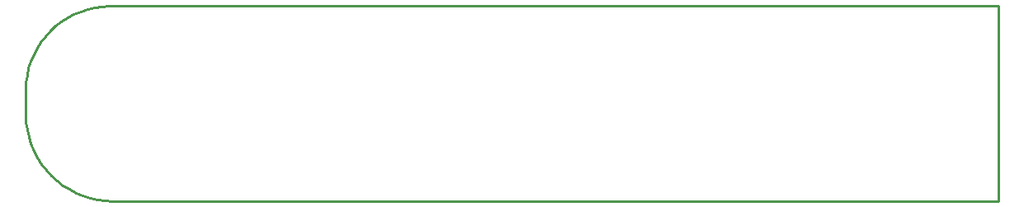
<source format=gbr>
G04 EAGLE Gerber RS-274X export*
G75*
%MOMM*%
%FSLAX34Y34*%
%LPD*%
%IN*%
%IPPOS*%
%AMOC8*
5,1,8,0,0,1.08239X$1,22.5*%
G01*
G04 Define Apertures*
%ADD10C,0.254000*%
D10*
X0Y88900D02*
X338Y81152D01*
X1351Y73463D01*
X3029Y65891D01*
X5361Y58494D01*
X8329Y51329D01*
X11910Y44450D01*
X16077Y37909D01*
X20799Y31756D01*
X26038Y26038D01*
X31756Y20799D01*
X37909Y16077D01*
X44450Y11910D01*
X51329Y8329D01*
X58494Y5361D01*
X65891Y3029D01*
X73463Y1351D01*
X81152Y338D01*
X88900Y0D01*
X998020Y0D01*
X998020Y199900D01*
X85600Y199900D01*
X78139Y199574D01*
X70736Y198600D01*
X63445Y196983D01*
X56323Y194738D01*
X49424Y191880D01*
X42800Y188432D01*
X36502Y184419D01*
X30577Y179873D01*
X25072Y174828D01*
X20027Y169323D01*
X15481Y163398D01*
X11468Y157100D01*
X8020Y150476D01*
X5162Y143577D01*
X2917Y136455D01*
X1300Y129164D01*
X326Y121761D01*
X0Y114300D01*
X0Y88900D01*
M02*

</source>
